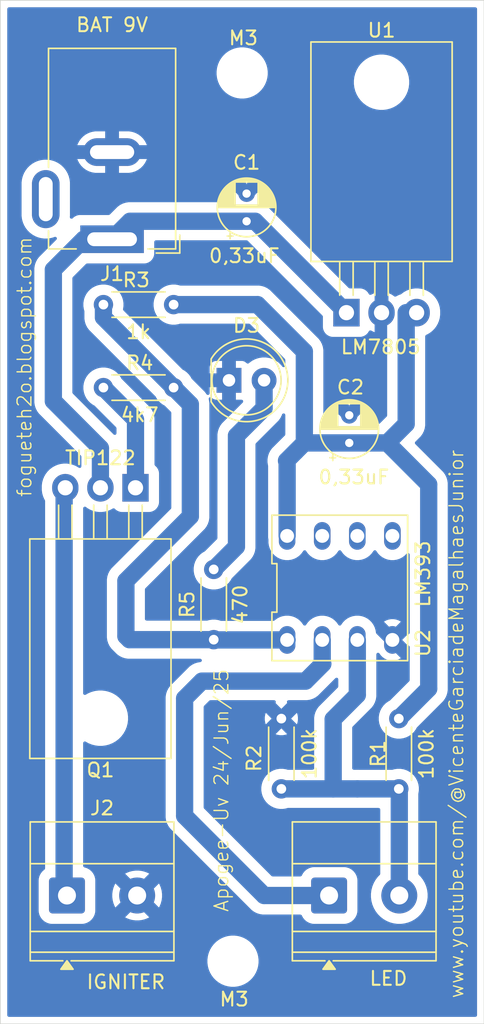
<source format=kicad_pcb>
(kicad_pcb (version 20241229) (generator "pcbnew") (generator_version "9.0")
  (layers (0 "F.Cu" signal) (2 "B.Cu" signal) (13 "F.Paste" user) (15 "B.Paste" user) (5 "F.SilkS" user "F.Silkscreen") (7 "B.SilkS" user "B.Silkscreen") (1 "F.Mask" user) (3 "B.Mask" user) (25 "Edge.Cuts" user))
  (net 0 "")
  (net 1 "Net-(J1-Pin_1)")
  (net 2 "Net-(D2-A)")
  (net 3 "Net-(D2-K)")
  (net 4 "/VCC")
  (net 5 "Net-(J2-Pin_1)")
  (net 6 "Net-(Q1-B)")
  (net 7 "Net-(R3-Pad2)")
  (net 8 "/GND")
  (net 9 "Net-(D3-A)")
  (footprint "TerminalBlock_Phoenix:TerminalBlock_Phoenix_MKDS-1,5-2-5.08_1x02_P5.08mm_Horizontal" (layer "F.Cu") (at 89.735 128.25)
    (property "Reference" "J2" (at 2.54 -6.32 0) (layer "F.SilkS"))
    (property "Value" "IGNITER" (at 4.265 6.25 0) (layer "F.SilkS"))
    (fp_line (start -2.66 -5.32) (end -2.66 4.72) (stroke (width 0.12)) (layer "F.SilkS"))
    (fp_line (start -2.66 -5.32) (end 7.74 -5.32) (stroke (width 0.12)) (layer "F.SilkS"))
    (fp_line (start -2.66 -2.3) (end 7.74 -2.3) (stroke (width 0.12)) (layer "F.SilkS"))
    (fp_line (start -2.66 2.6) (end 7.74 2.6) (stroke (width 0.12)) (layer "F.SilkS"))
    (fp_line (start -2.66 4.1) (end 7.74 4.1) (stroke (width 0.12)) (layer "F.SilkS"))
    (fp_line (start -2.66 4.72) (end -0.3 4.72) (stroke (width 0.12)) (layer "F.SilkS"))
    (fp_line (start 0.3 4.72) (end 7.74 4.72) (stroke (width 0.12)) (layer "F.SilkS"))
    (fp_line (start 7.74 -5.32) (end 7.74 4.72) (stroke (width 0.12)) (layer "F.SilkS"))
    (fp_poly (pts (xy 0 4.72) (xy 0.44 5.33) (xy -0.44 5.33)) (stroke (width 0.12)) (fill yes) (layer "F.SilkS"))
    (pad "1" thru_hole roundrect (at 0 0) (size 2.6 2.6) (drill 1.3) (layers "*.Cu" "*.Mask") (roundrect_rratio 0.096154) (net 5 "Net-(J2-Pin_1)"))
    (pad "2" thru_hole circle (at 5.08 0) (size 2.6 2.6) (drill 1.3) (layers "*.Cu" "*.Mask") (net 8 "/GND"))
  )
  (footprint "Connector_BarrelJack:BarrelJack_GCT_DCJ200-10-A_Horizontal" (layer "F.Cu") (at 93 80.8 180)
    (property "Reference" "J1" (at 0 -2.5 180) (layer "F.SilkS"))
    (property "Value" "BAT 9V" (at 0 15.5 180) (layer "F.SilkS"))
    (fp_line (start 4.6 13.8) (end -4.6 13.8) (stroke (width 0.12)) (layer "F.SilkS"))
    (fp_line (start 4.6 5.2) (end 4.6 13.8) (stroke (width 0.12)) (layer "F.SilkS"))
    (fp_line (start 4.6 -0.7) (end 4.6 0.6) (stroke (width 0.12)) (layer "F.SilkS"))
    (fp_line (start 2.6 -0.7) (end 4.6 -0.7) (stroke (width 0.12)) (layer "F.SilkS"))
    (fp_line (start -3.2 -1) (end -4.9 -1) (stroke (width 0.12)) (layer "F.SilkS"))
    (fp_line (start -4.6 13.8) (end -4.6 -0.7) (stroke (width 0.12)) (layer "F.SilkS"))
    (fp_line (start -4.6 -0.7) (end -2.6 -0.7) (stroke (width 0.12)) (layer "F.SilkS"))
    (fp_line (start -4.9 -1) (end -4.9 0.3) (stroke (width 0.12)) (layer "F.SilkS"))
    (pad "1" thru_hole rect (at 0 0 180) (size 4.6 2) (drill oval 3.6 1) (layers "*.Cu" "*.Mask") (net 1 "Net-(J1-Pin_1)"))
    (pad "2" thru_hole oval (at 0 6.3 180) (size 4.2 2) (drill oval 3.2 1) (layers "*.Cu" "*.Mask") (net 8 "/GND"))
    (pad "3" thru_hole oval (at 4.8 2.9 180) (size 2 4.2) (drill oval 1 3.2) (layers "*.Cu" "*.Mask"))
  )
  (footprint "Library:DIP-8_296_ELL" (layer "F.Cu") (at 109.477256 106.01)
    (property "Reference" "U2" (at 6.022744 3.99 90) (layer "F.SilkS"))
    (property "Value" "LM393" (at 6.022744 -1.01 90) (layer "F.SilkS"))
    (fp_line (start -4.91 -5.26) (end -4.91 -1.753333) (stroke (width 0.12)) (layer "F.SilkS"))
    (fp_line (start -4.91 -1.753333) (end -4.55 -1.753333) (stroke (width 0.12)) (layer "F.SilkS"))
    (fp_line (start -4.91 1.753333) (end -4.91 5.26) (stroke (width 0.12)) (layer "F.SilkS"))
    (fp_line (start -4.91 5.26) (end 4.91 5.26) (stroke (width 0.12)) (layer "F.SilkS"))
    (fp_line (start -4.55 -1.753333) (end -4.55 1.753333) (stroke (width 0.12)) (layer "F.SilkS"))
    (fp_line (start -4.55 1.753333) (end -4.91 1.753333) (stroke (width 0.12)) (layer "F.SilkS"))
    (fp_line (start 4.91 -5.26) (end -4.91 -5.26) (stroke (width 0.12)) (layer "F.SilkS"))
    (fp_line (start 4.91 5.26) (end 4.91 -5.26) (stroke (width 0.12)) (layer "F.SilkS"))
    (pad "1" thru_hole oval (at -3.81 3.76) (size 1.2 2) (drill 1) (layers "*.Cu" "*.Mask") (net 7 "Net-(R3-Pad2)"))
    (pad "2" thru_hole oval (at -1.27 3.76) (size 1.2 2) (drill 1) (layers "*.Cu" "*.Mask") (net 3 "Net-(D2-K)"))
    (pad "3" thru_hole oval (at 1.27 3.76) (size 1.2 2) (drill 1) (layers "*.Cu" "*.Mask") (net 2 "Net-(D2-A)"))
    (pad "4" thru_hole oval (at 3.81 3.76) (size 1.2 2) (drill 1) (layers "*.Cu" "*.Mask") (net 8 "/GND"))
    (pad "5" thru_hole oval (at 3.81 -3.76) (size 1.2 2) (drill 1) (layers "*.Cu" "*.Mask"))
    (pad "6" thru_hole oval (at 1.27 -3.76) (size 1.2 2) (drill 1) (layers "*.Cu" "*.Mask"))
    (pad "7" thru_hole oval (at -1.27 -3.76) (size 1.2 2) (drill 1) (layers "*.Cu" "*.Mask"))
    (pad "8" thru_hole oval (at -3.81 -3.76) (size 1.2 2) (drill 1) (layers "*.Cu" "*.Mask") (net 4 "/VCC"))
  )
  (footprint "Resistor_THT:R_Axial_DIN0204_L3.6mm_D1.6mm_P5.08mm_Horizontal" (layer "F.Cu") (at 97.4537 91.5274 180)
    (property "Reference" "R4" (at 2.4537 1.7774 0) (layer "F.SilkS"))
    (property "Value" "4k7" (at 2.4537 -1.9726 0) (layer "F.SilkS"))
    (fp_line (start 0.62 0.92) (end 4.46 0.92) (stroke (width 0.12)) (layer "F.SilkS"))
    (fp_line (start 0.62 -0.92) (end 4.46 -0.92) (stroke (width 0.12)) (layer "F.SilkS"))
    (pad "1" thru_hole circle (at 0 0 180) (size 1.4 1.4) (drill 0.7) (layers "*.Cu" "*.Mask") (net 7 "Net-(R3-Pad2)"))
    (pad "2" thru_hole circle (at 5.08 0 180) (size 1.4 1.4) (drill 0.7) (layers "*.Cu" "*.Mask") (net 6 "Net-(Q1-B)"))
  )
  (footprint "Package_TO_SOT_THT:TO-220-3_Horizontal_TabDown" (layer "F.Cu") (at 94.695 98.77 180)
    (property "Reference" "Q1" (at 2.54 -20.41 180) (layer "F.SilkS"))
    (property "Value" "TIP122" (at 2.54 2.1574 180) (layer "F.SilkS"))
    (fp_line (start 7.65 -3.7) (end 7.65 -19.57) (stroke (width 0.12)) (layer "F.SilkS"))
    (fp_line (start 5.565 -3.7) (end 5.565 -1.26) (stroke (width 0.12)) (layer "F.SilkS"))
    (fp_line (start 4.595 -3.7) (end 4.595 -1.26) (stroke (width 0.12)) (layer "F.SilkS"))
    (fp_line (start 3.025 -3.7) (end 3.025 -1.26) (stroke (width 0.12)) (layer "F.SilkS"))
    (fp_line (start 2.055 -3.7) (end 2.055 -1.26) (stroke (width 0.12)) (layer "F.SilkS"))
    (fp_line (start 0.485 -3.7) (end 0.485 -1.26) (stroke (width 0.12)) (layer "F.SilkS"))
    (fp_line (start -0.485 -3.7) (end -0.485 -1.26) (stroke (width 0.12)) (layer "F.SilkS"))
    (fp_line (start -2.57 -3.7) (end 7.65 -3.7) (stroke (width 0.12)) (layer "F.SilkS"))
    (fp_line (start -2.57 -3.7) (end -2.57 -19.57) (stroke (width 0.12)) (layer "F.SilkS"))
    (fp_line (start -2.57 -19.57) (end 7.65 -19.57) (stroke (width 0.12)) (layer "F.SilkS"))
    (pad "" np_thru_hole circle (at 2.54 -16.66 180) (size 3.5 3.5) (drill 3.5) (layers "*.Cu" "*.Mask"))
    (pad "1" thru_hole rect (at 0 0 180) (size 1.905 2) (drill 1.1) (layers "*.Cu" "*.Mask") (net 6 "Net-(Q1-B)"))
    (pad "2" thru_hole oval (at 2.54 0 180) (size 1.905 2) (drill 1.1) (layers "*.Cu" "*.Mask") (net 1 "Net-(J1-Pin_1)"))
    (pad "3" thru_hole oval (at 5.08 0 180) (size 1.905 2) (drill 1.1) (layers "*.Cu" "*.Mask") (net 5 "Net-(J2-Pin_1)"))
  )
  (footprint "Resistor_THT:R_Axial_DIN0204_L3.6mm_D1.6mm_P5.08mm_Horizontal" (layer "F.Cu") (at 100.356043 109.752444 90)
    (property "Reference" "R5" (at 2.54 -1.92 90) (layer "F.SilkS"))
    (property "Value" "470" (at 2.54 1.92 90) (layer "F.SilkS"))
    (fp_line (start 0.62 -0.92) (end 4.46 -0.92) (stroke (width 0.12)) (layer "F.SilkS"))
    (fp_line (start 0.62 0.92) (end 4.46 0.92) (stroke (width 0.12)) (layer "F.SilkS"))
    (pad "1" thru_hole circle (at 0 0 90) (size 1.4 1.4) (drill 0.7) (layers "*.Cu" "*.Mask") (net 7 "Net-(R3-Pad2)"))
    (pad "2" thru_hole circle (at 5.08 0 90) (size 1.4 1.4) (drill 0.7) (layers "*.Cu" "*.Mask") (net 9 "Net-(D3-A)"))
  )
  (footprint "Capacitor_THT:CP_Radial_D4.0mm_P2.00mm" (layer "F.Cu") (at 102.735 79.5 90)
    (property "Reference" "C1" (at 4.25 0 0) (layer "F.SilkS"))
    (property "Value" "0,33uF" (at -2.5 -0.1637 180) (layer "F.SilkS"))
    (fp_line (start 1.04 -2.08) (end 1.04 2.08) (stroke (width 0.12)) (layer "F.SilkS"))
    (fp_line (start 1 -2.08) (end 1 2.08) (stroke (width 0.12)) (layer "F.SilkS"))
    (fp_line (start 1.08 -2.078) (end 1.08 2.078) (stroke (width 0.12)) (layer "F.SilkS"))
    (fp_line (start 1.12 -2.077) (end 1.12 2.077) (stroke (width 0.12)) (layer "F.SilkS"))
    (fp_line (start 1.16 -2.074) (end 1.16 2.074) (stroke (width 0.12)) (layer "F.SilkS"))
    (fp_line (start 1.2 -2.071) (end 1.2 -0.84) (stroke (width 0.12)) (layer "F.SilkS"))
    (fp_line (start 1.24 -2.066) (end 1.24 -0.84) (stroke (width 0.12)) (layer "F.SilkS"))
    (fp_line (start 1.28 -2.061) (end 1.28 -0.84) (stroke (width 0.12)) (layer "F.SilkS"))
    (fp_line (start 1.32 -2.056) (end 1.32 -0.84) (stroke (width 0.12)) (layer "F.SilkS"))
    (fp_line (start 1.36 -2.049) (end 1.36 -0.84) (stroke (width 0.12)) (layer "F.SilkS"))
    (fp_line (start 1.4 -2.042) (end 1.4 -0.84) (stroke (width 0.12)) (layer "F.SilkS"))
    (fp_line (start 1.44 -2.034) (end 1.44 -0.84) (stroke (width 0.12)) (layer "F.SilkS"))
    (fp_line (start 1.48 -2.025) (end 1.48 -0.84) (stroke (width 0.12)) (layer "F.SilkS"))
    (fp_line (start 1.52 -2.015) (end 1.52 -0.84) (stroke (width 0.12)) (layer "F.SilkS"))
    (fp_line (start 1.56 -2.005) (end 1.56 -0.84) (stroke (width 0.12)) (layer "F.SilkS"))
    (fp_line (start 1.6 -1.993) (end 1.6 -0.84) (stroke (width 0.12)) (layer "F.SilkS"))
    (fp_line (start 1.64 -1.981) (end 1.64 -0.84) (stroke (width 0.12)) (layer "F.SilkS"))
    (fp_line (start 1.68 -1.968) (end 1.68 -0.84) (stroke (width 0.12)) (layer "F.SilkS"))
    (fp_line (start 1.72 -1.954) (end 1.72 -0.84) (stroke (width 0.12)) (layer "F.SilkS"))
    (fp_line (start 1.76 -1.939) (end 1.76 -0.84) (stroke (width 0.12)) (layer "F.SilkS"))
    (fp_line (start 1.8 -1.923) (end 1.8 -0.84) (stroke (width 0.12)) (layer "F.SilkS"))
    (fp_line (start 1.84 -1.906) (end 1.84 -0.84) (stroke (width 0.12)) (layer "F.SilkS"))
    (fp_line (start 1.88 -1.889) (end 1.88 -0.84) (stroke (width 0.12)) (layer "F.SilkS"))
    (fp_line (start 1.92 -1.87) (end 1.92 -0.84) (stroke (width 0.12)) (layer "F.SilkS"))
    (fp_line (start 1.96 -1.85) (end 1.96 -0.84) (stroke (width 0.12)) (layer "F.SilkS"))
    (fp_line (start 2 -1.829) (end 2 -0.84) (stroke (width 0.12)) (layer "F.SilkS"))
    (fp_line (start 2.04 -1.807) (end 2.04 -0.84) (stroke (width 0.12)) (layer "F.SilkS"))
    (fp_line (start 2.08 -1.784) (end 2.08 -0.84) (stroke (width 0.12)) (layer "F.SilkS"))
    (fp_line (start 2.12 -1.76) (end 2.12 -0.84) (stroke (width 0.12)) (layer "F.SilkS"))
    (fp_line (start 2.16 -1.734) (end 2.16 -0.84) (stroke (width 0.12)) (layer "F.SilkS"))
    (fp_line (start 2.2 -1.708) (end 2.2 -0.84) (stroke (width 0.12)) (layer "F.SilkS"))
    (fp_line (start 2.24 -1.68) (end 2.24 -0.84) (stroke (width 0.12)) (layer "F.SilkS"))
    (fp_line (start 2.28 -1.65) (end 2.28 -0.84) (stroke (width 0.12)) (layer "F.SilkS"))
    (fp_line (start 2.32 -1.619) (end 2.32 -0.84) (stroke (width 0.12)) (layer "F.SilkS"))
    (fp_line (start 2.36 -1.586) (end 2.36 -0.84) (stroke (width 0.12)) (layer "F.SilkS"))
    (fp_line (start 2.4 -1.552) (end 2.4 -0.84) (stroke (width 0.12)) (layer "F.SilkS"))
    (fp_line (start 2.44 -1.516) (end 2.44 -0.84) (stroke (width 0.12)) (layer "F.SilkS"))
    (fp_line (start 2.48 -1.478) (end 2.48 -0.84) (stroke (width 0.12)) (layer "F.SilkS"))
    (fp_line (start 2.52 -1.438) (end 2.52 -0.84) (stroke (width 0.12)) (layer "F.SilkS"))
    (fp_line (start 2.56 -1.396) (end 2.56 -0.84) (stroke (width 0.12)) (layer "F.SilkS"))
    (fp_line (start -1.069801 -1.395) (end -1.069801 -0.995) (stroke (width 0.12)) (layer "F.SilkS"))
    (fp_line (start 2.6 -1.351) (end 2.6 -0.84) (stroke (width 0.12)) (layer "F.SilkS"))
    (fp_line (start 2.64 -1.303) (end 2.64 -0.84) (stroke (width 0.12)) (layer "F.SilkS"))
    (fp_line (start 2.68 -1.253) (end 2.68 -0.84) (stroke (width 0.12)) (layer "F.SilkS"))
    (fp_line (start 2.72 -1.199) (end 2.72 -0.84) (stroke (width 0.12)) (layer "F.SilkS"))
    (fp_line (start -1.269801 -1.195) (end -0.869801 -1.195) (stroke (width 0.12)) (layer "F.SilkS"))
    (fp_line (start 2.76 -1.142) (end 2.76 -0.84) (stroke (width 0.12)) (layer "F.SilkS"))
    (fp_line (start 2.8 -1.08) (end 2.8 -0.84) (stroke (width 0.12)) (layer "F.SilkS"))
    (fp_line (start 2.84 -1.013) (end 2.84 1.013) (stroke (width 0.12)) (layer "F.SilkS"))
    (fp_line (start 2.88 -0.94) (end 2.88 0.94) (stroke (width 0.12)) (layer "F.SilkS"))
    (fp_line (start 2.92 -0.859) (end 2.92 0.859) (stroke (width 0.12)) (layer "F.SilkS"))
    (fp_line (start 2.96 -0.768) (end 2.96 0.768) (stroke (width 0.12)) (layer "F.SilkS"))
    (fp_line (start 3 -0.663) (end 3 0.663) (stroke (width 0.12)) (layer "F.SilkS"))
    (fp_line (start 3.04 -0.537) (end 3.04 0.537) (stroke (width 0.12)) (layer "F.SilkS"))
    (fp_line (start 3.08 -0.37) (end 3.08 0.37) (stroke (width 0.12)) (layer "F.SilkS"))
    (fp_line (start 2.8 0.84) (end 2.8 1.08) (stroke (width 0.12)) (layer "F.SilkS"))
    (fp_line (start 2.76 0.84) (end 2.76 1.142) (stroke (width 0.12)) (layer "F.SilkS"))
    (fp_line (start 2.72 0.84) (end 2.72 1.199) (stroke (width 0.12)) (layer "F.SilkS"))
    (fp_line (start 2.68 0.84) (end 2.68 1.253) (stroke (width 0.12)) (layer "F.SilkS"))
    (fp_line (start 2.64 0.84) (end 2.64 1.303) (stroke (width 0.12)) (layer "F.SilkS"))
    (fp_line (start 2.6 0.84) (end 2.6 1.351) (stroke (width 0.12)) (layer "F.SilkS"))
    (fp_line (start 2.56 0.84) (end 2.56 1.396) (stroke (width 0.12)) (layer "F.SilkS"))
    (fp_line (start 2.52 0.84) (end 2.52 1.438) (stroke (width 0.12)) (layer "F.SilkS"))
    (fp_line (start 2.48 0.84) (end 2.48 1.478) (stroke (width 0.12)) (layer "F.SilkS"))
    (fp_line (start 2.44 0.84) (end 2.44 1.516) (stroke (width 0.12)) (layer "F.SilkS"))
    (fp_line (start 2.4 0.84) (end 2.4 1.552) (stroke (width 0.12)) (layer "F.SilkS"))
    (fp_line (start 2.36 0.84) (end 2.36 1.586) (stroke (width 0.12)) (layer "F.SilkS"))
    (fp_line (start 2.32 0.84) (end 2.32 1.619) (stroke (width 0.12)) (layer "F.SilkS"))
    (fp_line (start 2.28 0.84) (end 2.28 1.65) (stroke (width 0.12)) (layer "F.SilkS"))
    (fp_line (start 2.24 0.84) (end 2.24 1.68) (stroke (width 0.12)) (layer "F.SilkS"))
    (fp_line (start 2.2 0.84) (end 2.2 1.708) (stroke (width 0.12)) (layer "F.SilkS"))
    (fp_line (start 2.16 0.84) (end 2.16 1.734) (stroke (width 0.12)) (layer "F.SilkS"))
    (fp_line (start 2.12 0.84) (end 2.12 1.76) (stroke (width 0.12)) (layer "F.SilkS"))
    (fp_line (start 2.08 0.84) (end 2.08 1.784) (stroke (width 0.12)) (layer "F.SilkS"))
    (fp_line (start 2.04 0.84) (end 2.04 1.807) (stroke (width 0.12)) (layer "F.SilkS"))
    (fp_line (start 2 0.84) (end 2 1.829) (stroke (width 0.12)) (layer "F.SilkS"))
    (fp_line (start 1.96 0.84) (end 1.96 1.85) (stroke (width 0.12)) (layer "F.SilkS"))
    (fp_line (start 1.92 0.84) (end 1.92 1.87) (stroke (width 0.12)) (layer "F.SilkS"))
    (fp_line (start 1.88 0.84) (end 1.88 1.889) (stroke (width 0.12)) (layer "F.SilkS"))
    (fp_line (start 1.84 0.84) (end 1.84 1.906) (stroke (width 0.12)) (layer "F.SilkS"))
    (fp_line (start 1.8 0.84) (end 1.8 1.923) (stroke (width 0.12)) (layer "F.SilkS"))
    (fp_line (start 1.76 0.84) (end 1.76 1.939) (stroke (width 0.12)) (layer "F.SilkS"))
    (fp_line (start 1.72 0.84) (end 1.72 1.954) (stroke (width 0.12)) (layer "F.SilkS"))
    (fp_line (start 1.68 0.84) (end 1.68 1.968) (stroke (width 0.12)) (layer "F.SilkS"))
    (fp_line (start 1.64 0.84) (end 1.64 1.981) (stroke (width 0.12)) (layer "F.SilkS"))
    (fp_line (start 1.6 0.84) (end 1.6 1.993) (stroke (width 0.12)) (layer "F.SilkS"))
    (fp_line (start 1.56 0.84) (end 1.56 2.005) (stroke (width 0.12)) (layer "F.SilkS"))
    (fp_line (start 1.52 0.84) (end 1.52 2.015) (stroke (width 0.12)) (layer "F.SilkS"))
    (fp_line (start 1.48 0.84) (end 1.48 2.025) (stroke (width 0.12)) (layer "F.SilkS"))
    (fp_line (start 1.44 0.84) (end 1.44 2.034) (stroke (width 0.12)) (layer "F.SilkS"))
    (fp_line (start 1.4 0.84) (end 1.4 2.042) (stroke (width 0.12)) (layer "F.SilkS"))
    (fp_line (start 1.36 0.84) (end 1.36 2.049) (stroke (width 0.12)) (layer "F.SilkS"))
    (fp_line (start 1.32 0.84) (end 1.32 2.056) (stroke (width 0.12)) (layer "F.SilkS"))
    (fp_line (start 1.28 0.84) (end 1.28 2.061) (stroke (width 0.12)) (layer "F.SilkS"))
    (fp_line (start 1.24 0.84) (end 1.24 2.066) (stroke (width 0.12)) (layer "F.SilkS"))
    (fp_line (start 1.2 0.84) (end 1.2 2.071) (stroke (width 0.12)) (layer "F.SilkS"))
    (fp_circle (center 1 0) (end 3.12 0) (stroke (width 0.12)) (fill no) (layer "F.SilkS"))
    (pad "1" thru_hole roundrect (at 0 0 90) (size 1.2 1.2) (drill 0.6) (layers "*.Cu" "*.Mask") (roundrect_rratio 0.208333) (net 1 "Net-(J1-Pin_1)"))
    (pad "2" thru_hole circle (at 2 0 90) (size 1.2 1.2) (drill 0.6) (layers "*.Cu" "*.Mask") (net 8 "/GND"))
  )
  (footprint "TerminalBlock_Phoenix:TerminalBlock_Phoenix_MKDS-1,5-2-5.08_1x02_P5.08mm_Horizontal" (layer "F.Cu") (at 108.705 128.25)
    (property "Reference" "D2" (hide yes))
    (property "Value" "LED" (at 4.295 6 0) (layer "F.SilkS"))
    (fp_line (start -2.66 -5.32) (end -2.66 4.72) (stroke (width 0.12)) (layer "F.SilkS"))
    (fp_line (start -2.66 -5.32) (end 7.74 -5.32) (stroke (width 0.12)) (layer "F.SilkS"))
    (fp_line (start -2.66 -2.3) (end 7.74 -2.3) (stroke (width 0.12)) (layer "F.SilkS"))
    (fp_line (start -2.66 2.6) (end 7.74 2.6) (stroke (width 0.12)) (layer "F.SilkS"))
    (fp_line (start -2.66 4.1) (end 7.74 4.1) (stroke (width 0.12)) (layer "F.SilkS"))
    (fp_line (start -2.66 4.72) (end -0.3 4.72) (stroke (width 0.12)) (layer "F.SilkS"))
    (fp_line (start 0.3 4.72) (end 7.74 4.72) (stroke (width 0.12)) (layer "F.SilkS"))
    (fp_line (start 7.74 -5.32) (end 7.74 4.72) (stroke (width 0.12)) (layer "F.SilkS"))
    (fp_poly (pts (xy 0 4.72) (xy 0.44 5.33) (xy -0.44 5.33)) (stroke (width 0.12)) (fill yes) (layer "F.SilkS"))
    (pad "1" thru_hole roundrect (at 0 0) (size 2.6 2.6) (drill 1.3) (layers "*.Cu" "*.Mask") (roundrect_rratio 0.096154) (net 3 "Net-(D2-K)"))
    (pad "2" thru_hole circle (at 5.08 0) (size 2.6 2.6) (drill 1.3) (layers "*.Cu" "*.Mask") (net 2 "Net-(D2-A)"))
  )
  (footprint "MountingHole:MountingHole_3.2mm_M3" (layer "F.Cu") (at 101.75 133)
    (property "Reference" "M3" (at 0.0863 2.75 0) (layer "F.SilkS"))
    (property "Value" "M3")
    (pad "" np_thru_hole circle (at 0 0) (size 3.2 3.2) (drill 3.2) (layers "*.Cu" "*.Mask"))
  )
  (footprint "Resistor_THT:R_Axial_DIN0204_L3.6mm_D1.6mm_P5.08mm_Horizontal" (layer "F.Cu") (at 113.75 115.46 -90)
    (property "Reference" "R1" (at 2.54 1.5 90) (layer "F.SilkS"))
    (property "Value" "100k" (at 2.54 -2 90) (layer "F.SilkS"))
    (fp_line (start 0.62 0.92) (end 4.46 0.92) (stroke (width 0.12)) (layer "F.SilkS"))
    (fp_line (start 0.62 -0.92) (end 4.46 -0.92) (stroke (width 0.12)) (layer "F.SilkS"))
    (pad "1" thru_hole circle (at 0 0 270) (size 1.4 1.4) (drill 0.7) (layers "*.Cu" "*.Mask") (net 4 "/VCC"))
    (pad "2" thru_hole circle (at 5.08 0 270) (size 1.4 1.4) (drill 0.7) (layers "*.Cu" "*.Mask") (net 2 "Net-(D2-A)"))
  )
  (footprint "Package_TO_SOT_THT:TO-220-3_Horizontal_TabDown" (layer "F.Cu") (at 109.96 86.1074)
    (property "Reference" "U1" (at 2.54 -20.41 0) (layer "F.SilkS"))
    (property "Value" "LM7805" (at 2.480236 2.486397 0) (layer "F.SilkS"))
    (fp_line (start -2.57 -19.57) (end 7.65 -19.57) (stroke (width 0.12)) (layer "F.SilkS"))
    (fp_line (start -2.57 -3.7) (end -2.57 -19.57) (stroke (width 0.12)) (layer "F.SilkS"))
    (fp_line (start -2.57 -3.7) (end 7.65 -3.7) (stroke (width 0.12)) (layer "F.SilkS"))
    (fp_line (start -0.485 -3.7) (end -0.485 -1.26) (stroke (width 0.12)) (layer "F.SilkS"))
    (fp_line (start 0.485 -3.7) (end 0.485 -1.26) (stroke (width 0.12)) (layer "F.SilkS"))
    (fp_line (start 2.055 -3.7) (end 2.055 -1.26) (stroke (width 0.12)) (layer "F.SilkS"))
    (fp_line (start 3.025 -3.7) (end 3.025 -1.26) (stroke (width 0.12)) (layer "F.SilkS"))
    (fp_line (start 4.595 -3.7) (end 4.595 -1.26) (stroke (width 0.12)) (layer "F.SilkS"))
    (fp_line (start 5.565 -3.7) (end 5.565 -1.26) (stroke (width 0.12)) (layer "F.SilkS"))
    (fp_line (start 7.65 -3.7) (end 7.65 -19.57) (stroke (width 0.12)) (layer "F.SilkS"))
    (pad "" np_thru_hole circle (at 2.54 -16.66) (size 3.5 3.5) (drill 3.5) (layers "*.Cu" "*.Mask"))
    (pad "1" thru_hole rect (at 0 0) (size 1.905 2) (drill 1.1) (layers "*.Cu" "*.Mask") (net 1 "Net-(J1-Pin_1)"))
    (pad "2" thru_hole oval (at 2.54 0) (size 1.905 2) (drill 1.1) (layers "*.Cu" "*.Mask") (net 8 "/GND"))
    (pad "3" thru_hole oval (at 5.08 0) (size 1.905 2) (drill 1.1) (layers "*.Cu" "*.Mask") (net 4 "/VCC"))
  )
  (footprint "LED_THT:LED_D5.0mm" (layer "F.Cu") (at 101.46 91)
    (property "Reference" "D3" (at 1.27 -3.96 0) (layer "F.SilkS"))
    (property "Value" "LED")
    (fp_line (start -1.29 -1.545) (end -1.29 1.545) (stroke (width 0.12)) (layer "F.SilkS"))
    (fp_arc (start -1.29 -1.54483) (mid 2.071779 -2.880495) (end 4.26 0) (stroke (width 0.12)) (layer "F.SilkS"))
    (fp_arc (start 4.26 0) (mid 2.071779 2.880495) (end -1.29 1.54483) (stroke (width 0.12)) (layer "F.SilkS"))
    (fp_circle (center 1.27 0) (end 3.77 0) (stroke (width 0.12)) (fill no) (layer "F.SilkS"))
    (pad "1" thru_hole rect (at 0 0) (size 1.8 1.8) (drill 0.9) (layers "*.Cu" "*.Mask") (net 8 "/GND"))
    (pad "2" thru_hole circle (at 2.54 0) (size 1.8 1.8) (drill 0.9) (layers "*.Cu" "*.Mask") (net 9 "Net-(D3-A)"))
  )
  (footprint "Resistor_THT:R_Axial_DIN0204_L3.6mm_D1.6mm_P5.08mm_Horizontal" (layer "F.Cu") (at 97.4537 85.5274 180)
    (property "Reference" "R3" (at 2.7037 1.7774 0) (layer "F.SilkS"))
    (property "Value" "1k" (at 2.54 -1.9726 0) (layer "F.SilkS"))
    (fp_line (start 0.62 0.92) (end 4.46 0.92) (stroke (width 0.12)) (layer "F.SilkS"))
    (fp_line (start 0.62 -0.92) (end 4.46 -0.92) (stroke (width 0.12)) (layer "F.SilkS"))
    (pad "1" thru_hole circle (at 0 0 180) (size 1.4 1.4) (drill 0.7) (layers "*.Cu" "*.Mask") (net 4 "/VCC"))
    (pad "2" thru_hole circle (at 5.08 0 180) (size 1.4 1.4) (drill 0.7) (layers "*.Cu" "*.Mask") (net 7 "Net-(R3-Pad2)"))
  )
  (footprint "Capacitor_THT:CP_Radial_D4.0mm_P2.00mm" (layer "F.Cu") (at 110.1637 95.5274 90)
    (property "Reference" "C2" (at 4.0274 0.0863 180) (layer "F.SilkS"))
    (property "Value" "0,33uF" (at -2.4726 0.3363 180) (layer "F.SilkS"))
    (fp_line (start 1.04 -2.08) (end 1.04 2.08) (stroke (width 0.12)) (layer "F.SilkS"))
    (fp_line (start 1 -2.08) (end 1 2.08) (stroke (width 0.12)) (layer "F.SilkS"))
    (fp_line (start 1.08 -2.078) (end 1.08 2.078) (stroke (width 0.12)) (layer "F.SilkS"))
    (fp_line (start 1.12 -2.077) (end 1.12 2.077) (stroke (width 0.12)) (layer "F.SilkS"))
    (fp_line (start 1.16 -2.074) (end 1.16 2.074) (stroke (width 0.12)) (layer "F.SilkS"))
    (fp_line (start 1.2 -2.071) (end 1.2 -0.84) (stroke (width 0.12)) (layer "F.SilkS"))
    (fp_line (start 1.24 -2.066) (end 1.24 -0.84) (stroke (width 0.12)) (layer "F.SilkS"))
    (fp_line (start 1.28 -2.061) (end 1.28 -0.84) (stroke (width 0.12)) (layer "F.SilkS"))
    (fp_line (start 1.32 -2.056) (end 1.32 -0.84) (stroke (width 0.12)) (layer "F.SilkS"))
    (fp_line (start 1.36 -2.049) (end 1.36 -0.84) (stroke (width 0.12)) (layer "F.SilkS"))
    (fp_line (start 1.4 -2.042) (end 1.4 -0.84) (stroke (width 0.12)) (layer "F.SilkS"))
    (fp_line (start 1.44 -2.034) (end 1.44 -0.84) (stroke (width 0.12)) (layer "F.SilkS"))
    (fp_line (start 1.48 -2.025) (end 1.48 -0.84) (stroke (width 0.12)) (layer "F.SilkS"))
    (fp_line (start 1.52 -2.015) (end 1.52 -0.84) (stroke (width 0.12)) (layer "F.SilkS"))
    (fp_line (start 1.56 -2.005) (end 1.56 -0.84) (stroke (width 0.12)) (layer "F.SilkS"))
    (fp_line (start 1.6 -1.993) (end 1.6 -0.84) (stroke (width 0.12)) (layer "F.SilkS"))
    (fp_line (start 1.64 -1.981) (end 1.64 -0.84) (stroke (width 0.12)) (layer "F.SilkS"))
    (fp_line (start 1.68 -1.968) (end 1.68 -0.84) (stroke (width 0.12)) (layer "F.SilkS"))
    (fp_line (start 1.72 -1.954) (end 1.72 -0.84) (stroke (width 0.12)) (layer "F.SilkS"))
    (fp_line (start 1.76 -1.939) (end 1.76 -0.84) (stroke (width 0.12)) (layer "F.SilkS"))
    (fp_line (start 1.8 -1.923) (end 1.8 -0.84) (stroke (width 0.12)) (layer "F.SilkS"))
    (fp_line (start 1.84 -1.906) (end 1.84 -0.84) (stroke (width 0.12)) (layer "F.SilkS"))
    (fp_line (start 1.88 -1.889) (end 1.88 -0.84) (stroke (width 0.12)) (layer "F.SilkS"))
    (fp_line (start 1.92 -1.87) (end 1.92 -0.84) (stroke (width 0.12)) (layer "F.SilkS"))
    (fp_line (start 1.96 -1.85) (end 1.96 -0.84) (stroke (width 0.12)) (layer "F.SilkS"))
    (fp_line (start 2 -1.829) (end 2 -0.84) (stroke (width 0.12)) (layer "F.SilkS"))
    (fp_line (start 2.04 -1.807) (end 2.04 -0.84) (stroke (width 0.12)) (layer "F.SilkS"))
    (fp_line (start 2.08 -1.784) (end 2.08 -0.84) (stroke (width 0.12)) (layer "F.SilkS"))
    (fp_line (start 2.12 -1.76) (end 2.12 -0.84) (stroke (width 0.12)) (layer "F.SilkS"))
    (fp_line (start 2.16 -1.734) (end 2.16 -0.84) (stroke (width 0.12)) (layer "F.SilkS"))
    (fp_line (start 2.2 -1.708) (end 2.2 -0.84) (stroke (width 0.12)) (layer "F.SilkS"))
    (fp_line (start 2.24 -1.68) (end 2.24 -0.84) (stroke (width 0.12)) (layer "F.SilkS"))
    (fp_line (start 2.28 -1.65) (end 2.28 -0.84) (stroke (width 0.12)) (layer "F.SilkS"))
    (fp_line (start 2.32 -1.619) (end 2.32 -0.84) (stroke (width 0.12)) (layer "F.SilkS"))
    (fp_line (start 2.36 -1.586) (end 2.36 -0.84) (stroke (width 0.12)) (layer "F.SilkS"))
    (fp_line (start 2.4 -1.552) (end 2.4 -0.84) (stroke (width 0.12)) (layer "F.SilkS"))
    (fp_line (start 2.44 -1.516) (end 2.44 -0.84) (stroke (width 0.12)) (layer "F.SilkS"))
    (fp_line (start 2.48 -1.478) (end 2.48 -0.84) (stroke (width 0.12)) (layer "F.SilkS"))
    (fp_line (start 2.52 -1.438) (end 2.52 -0.84) (stroke (width 0.12)) (layer "F.SilkS"))
    (fp_line (start 2.56 -1.396) (end 2.56 -0.84) (stroke (width 0.12)) (layer "F.SilkS"))
    (fp_line (start -1.069801 -1.395) (end -1.069801 -0.995) (stroke (width 0.12)) (layer "F.SilkS"))
    (fp_line (start 2.6 -1.351) (end 2.6 -0.84) (stroke (width 0.12)) (layer "F.SilkS"))
    (fp_line (start 2.64 -1.303) (end 2.64 -0.84) (stroke (width 0.12)) (layer "F.SilkS"))
    (fp_line (start 2.68 -1.253) (end 2.68 -0.84) (stroke (width 0.12)) (layer "F.SilkS"))
    (fp_line (start 2.72 -1.199) (end 2.72 -0.84) (stroke (width 0.12)) (layer "F.SilkS"))
    (fp_line (start -1.269801 -1.195) (end -0.869801 -1.195) (stroke (width 0.12)) (layer "F.SilkS"))
    (fp_line (start 2.76 -1.142) (end 2.76 -0.84) (stroke (width 0.12)) (layer "F.SilkS"))
    (fp_line (start 2.8 -1.08) (end 2.8 -0.84) (stroke (width 0.12)) (layer "F.SilkS"))
    (fp_line (start 2.84 -1.013) (end 2.84 1.013) (stroke (width 0.12)) (layer "F.SilkS"))
    (fp_line (start 2.88 -0.94) (end 2.88 0.94) (stroke (width 0.12)) (layer "F.SilkS"))
    (fp_line (start 2.92 -0.859) (end 2.92 0.859) (stroke (width 0.12)) (layer "F.SilkS"))
    (fp_line (start 2.96 -0.768) (end 2.96 0.768) (stroke (width 0.12)) (layer "F.SilkS"))
    (fp_line (start 3 -0.663) (end 3 0.663) (stroke (width 0.12)) (layer "F.SilkS"))
    (fp_line (start 3.04 -0.537) (end 3.04 0.537) (stroke (width 0.12)) (layer "F.SilkS"))
    (fp_line (start 3.08 -0.37) (end 3.08 0.37) (stroke (width 0.12)) (layer "F.SilkS"))
    (fp_line (start 2.8 0.84) (end 2.8 1.08) (stroke (width 0.12)) (layer "F.SilkS"))
    (fp_line (start 2.76 0.84) (end 2.76 1.142) (stroke (width 0.12)) (layer "F.SilkS"))
    (fp_line (start 2.72 0.84) (end 2.72 1.199) (stroke (width 0.12)) (layer "F.SilkS"))
    (fp_line (start 2.68 0.84) (end 2.68 1.253) (stroke (width 0.12)) (layer "F.SilkS"))
    (fp_line (start 2.64 0.84) (end 2.64 1.303) (stroke (width 0.12)) (layer "F.SilkS"))
    (fp_line (start 2.6 0.84) (end 2.6 1.351) (stroke (width 0.12)) (layer "F.SilkS"))
    (fp_line (start 2.56 0.84) (end 2.56 1.396) (stroke (width 0.12)) (layer "F.SilkS"))
    (fp_line (start 2.52 0.84) (end 2.52 1.438) (stroke (width 0.12)) (layer "F.SilkS"))
    (fp_line (start 2.48 0.84) (end 2.48 1.478) (stroke (width 0.12)) (layer "F.SilkS"))
    (fp_line (start 2.44 0.84) (end 2.44 1.516) (stroke (width 0.12)) (layer "F.SilkS"))
    (fp_line (start 2.4 0.84) (end 2.4 1.552) (stroke (width 0.12)) (layer "F.SilkS"))
    (fp_line (start 2.36 0.84) (end 2.36 1.586) (stroke (width 0.12)) (layer "F.SilkS"))
    (fp_line (start 2.32 0.84) (end 2.32 1.619) (stroke (width 0.12)) (layer "F.SilkS"))
    (fp_line (start 2.28 0.84) (end 2.28 1.65) (stroke (width 0.12)) (layer "F.SilkS"))
    (fp_line (start 2.24 0.84) (end 2.24 1.68) (stroke (width 0.12)) (layer "F.SilkS"))
    (fp_line (start 2.2 0.84) (end 2.2 1.708) (stroke (width 0.12)) (layer "F.SilkS"))
    (fp_line (start 2.16 0.84) (end 2.16 1.734) (stroke (width 0.12)) (layer "F.SilkS"))
    (fp_line (start 2.12 0.84) (end 2.12 1.76) (stroke (width 0.12)) (layer "F.SilkS"))
    (fp_line (start 2.08 0.84) (end 2.08 1.784) (stroke (width 0.12)) (layer "F.SilkS"))
    (fp_line (start 2.04 0.84) (end 2.04 1.807) (stroke (width 0.12)) (layer "F.SilkS"))
    (fp_line (start 2 0.84) (end 2 1.829) (stroke (width 0.12)) (layer "F.SilkS"))
    (fp_line (start 1.96 0.84) (end 1.96 1.85) (stroke (width 0.12)) (layer "F.SilkS"))
    (fp_line (start 1.92 0.84) (end 1.92 1.87) (stroke (width 0.12)) (layer "F.SilkS"))
    (fp_line (start 1.88 0.84) (end 1.88 1.889) (stroke (width 0.12)) (layer "F.SilkS"))
    (fp_line (start 1.84 0.84) (end 1.84 1.906) (stroke (width 0.12)) (layer "F.SilkS"))
    (fp_line (start 1.8 0.84) (end 1.8 1.923) (stroke (width 0.12)) (layer "F.SilkS"))
    (fp_line (start 1.76 0.84) (end 1.76 1.939) (stroke (width 0.12)) (layer "F.SilkS"))
    (fp_line (start 1.72 0.84) (end 1.72 1.954) (stroke (width 0.12)) (layer "F.SilkS"))
    (fp_line (start 1.68 0.84) (end 1.68 1.968) (stroke (width 0.12)) (layer "F.SilkS"))
    (fp_line (start 1.64 0.84) (end 1.64 1.981) (stroke (width 0.12)) (layer "F.SilkS"))
    (fp_line (start 1.6 0.84) (end 1.6 1.993) (stroke (width 0.12)) (layer "F.SilkS"))
    (fp_line (start 1.56 0.84) (end 1.56 2.005) (stroke (width 0.12)) (layer "F.SilkS"))
    (fp_line (start 1.52 0.84) (end 1.52 2.015) (stroke (width 0.12)) (layer "F.SilkS"))
    (fp_line (start 1.48 0.84) (end 1.48 2.025) (stroke (width 0.12)) (layer "F.SilkS"))
    (fp_line (start 1.44 0.84) (end 1.44 2.034) (stroke (width 0.12)) (layer "F.SilkS"))
    (fp_line (start 1.4 0.84) (end 1.4 2.042) (stroke (width 0.12)) (layer "F.SilkS"))
    (fp_line (start 1.36 0.84) (end 1.36 2.049) (stroke (width 0.12)) (layer "F.SilkS"))
    (fp_line (start 1.32 0.84) (end 1.32 2.056) (stroke (width 0.12)) (layer "F.SilkS"))
    (fp_line (start 1.28 0.84) (end 1.28 2.061) (stroke (width 0.12)) (layer "F.SilkS"))
    (fp_line (start 1.24 0.84) (end 1.24 2.066) (stroke (width 0.12)) (layer "F.SilkS"))
    (fp_line (start 1.2 0.84) (end 1.2 2.071) (stroke (width 0.12)) (layer "F.SilkS"))
    (fp_circle (center 1 0) (end 3.12 0) (stroke (width 0.12)) (fill no) (layer "F.SilkS"))
    (pad "1" thru_hole roundrect (at 0 0 90) (size 1.2 1.2) (drill 0.6) (layers "*.Cu" "*.Mask") (roundrect_rratio 0.208333) (net 4 "/VCC"))
    (pad "2" thru_hole circle (at 2 0 90) (size 1.2 1.2) (drill 0.6) (layers "*.Cu" "*.Mask") (net 8 "/GND"))
  )
  (footprint "MountingHole:MountingHole_3.2mm_M3" (layer "F.Cu") (at 102.4137 68.7774)
    (property "Reference" "M3" (at 0.0863 -2.5274 0) (layer "F.SilkS"))
    (property "Value" "M3")
    (pad "" np_thru_hole circle (at 0 0) (size 3.2 3.2) (drill 3.2) (layers "*.Cu" "*.Mask"))
  )
  (footprint "Resistor_THT:R_Axial_DIN0204_L3.6mm_D1.6mm_P5.08mm_Horizontal" (layer "F.Cu") (at 105.25 115.46 -90)
    (property "Reference" "R2" (at 2.8763 1.9726 90) (layer "F.SilkS"))
    (property "Value" "100k" (at 2.54 -2.0274 90) (layer "F.SilkS"))
    (fp_line (start 0.62 0.92) (end 4.46 0.92) (stroke (width 0.12)) (layer "F.SilkS"))
    (fp_line (start 0.62 -0.92) (end 4.46 -0.92) (stroke (width 0.12)) (layer "F.SilkS"))
    (pad "1" thru_hole circle (at 0 0 270) (size 1.4 1.4) (drill 0.7) (layers "*.Cu" "*.Mask") (net 8 "/GND"))
    (pad "2" thru_hole circle (at 5.08 0 270) (size 1.4 1.4) (drill 0.7) (layers "*.Cu" "*.Mask") (net 2 "Net-(D2-A)"))
  )
  (gr_rect (start 84.9137 63.5274) (end 119.9137 137.5274) (stroke (width 0.05)) (fill no) (layer "Edge.Cuts"))
  (gr_text "Apogee-Uv 24/Jun/25" (at 101.5 129.5 90) (layer "F.SilkS") (effects (font (size 1 1) (thickness 0.1)) (justify left bottom)))
  (gr_text "fogueteh2o.blogspot.com" (at 87.25 99.5 90) (layer "F.SilkS") (effects (font (size 1 1) (thickness 0.1)) (justify left bottom)))
  (gr_text "www.youtube.com/@VicenteGarciadeMagalhaesJunior" (at 118.5 135.75 90) (layer "F.SilkS") (effects (font (size 1 1) (thickness 0.1)) (justify left bottom)))
  (segment (start 102.5 79.5) (end 103.3526 79.5) (width 1.25) (layer "B.Cu") (net 1))
  (segment (start 90.95 80.8) (end 93 80.8) (width 1.25) (layer "B.Cu") (net 1))
  (segment (start 92.155 98.77) (end 92.155 95.905) (width 1.25) (layer "B.Cu") (net 1))
  (segment (start 92.155 95.905) (end 88.75 92.5) (width 1.25) (layer "B.Cu") (net 1))
  (segment (start 88.75 92.5) (end 88.75 83) (width 1.25) (layer "B.Cu") (net 1))
  (segment (start 94.3 79.5) (end 93 80.8) (width 1.25) (layer "B.Cu") (net 1))
  (segment (start 102.735 79.5) (end 94.3 79.5) (width 1.25) (layer "B.Cu") (net 1))
  (segment (start 88.75 83) (end 90.95 80.8) (width 1.25) (layer "B.Cu") (net 1))
  (segment (start 103.3526 79.5) (end 109.96 86.1074) (width 1.25) (layer "B.Cu") (net 1))
  (segment (start 113.785 128.25) (end 113.785 120.575) (width 1.25) (layer "B.Cu") (net 2))
  (segment (start 109 115.5) (end 109 120.54) (width 1.25) (layer "B.Cu") (net 2))
  (segment (start 110.747256 113.752744) (end 109 115.5) (width 1.25) (layer "B.Cu") (net 2))
  (segment (start 110.747256 120.537256) (end 110.75 120.54) (width 1.25) (layer "B.Cu") (net 2))
  (segment (start 109 120.54) (end 110.75 120.54) (width 1.25) (layer "B.Cu") (net 2))
  (segment (start 105.25 120.54) (end 109 120.54) (width 1.25) (layer "B.Cu") (net 2))
  (segment (start 113.785 120.575) (end 113.75 120.54) (width 1.25) (layer "B.Cu") (net 2))
  (segment (start 110.747256 109.77) (end 110.747256 113.752744) (width 1.25) (layer "B.Cu") (net 2))
  (segment (start 110.75 120.54) (end 113.75 120.54) (width 1.25) (layer "B.Cu") (net 2))
  (segment (start 98.25 122.5) (end 98.25 114) (width 1.25) (layer "B.Cu") (net 3))
  (segment (start 108.25 111.5) (end 108.207256 111.457256) (width 1.25) (layer "B.Cu") (net 3))
  (segment (start 108.207256 111.457256) (end 108.207256 109.77) (width 1.25) (layer "B.Cu") (net 3))
  (segment (start 104 128.25) (end 98.25 122.5) (width 1.25) (layer "B.Cu") (net 3))
  (segment (start 108.705 128.25) (end 104 128.25) (width 1.25) (layer "B.Cu") (net 3))
  (segment (start 99.5 112.75) (end 107 112.75) (width 1.25) (layer "B.Cu") (net 3))
  (segment (start 98.25 114) (end 99.5 112.75) (width 1.25) (layer "B.Cu") (net 3))
  (segment (start 107 112.75) (end 108.25 111.5) (width 1.25) (layer "B.Cu") (net 3))
  (segment (start 110.1637 95.5274) (end 106.9137 95.5274) (width 1.25) (layer "B.Cu") (net 4))
  (segment (start 115.9137 98.5274) (end 115.9137 113.2963) (width 1.25) (layer "B.Cu") (net 4))
  (segment (start 103.5274 85.5274) (end 106.9137 88.9137) (width 1.25) (layer "B.Cu") (net 4))
  (segment (start 115.9137 113.2963) (end 113.75 115.46) (width 1.25) (layer "B.Cu") (net 4))
  (segment (start 114.2837 86.1074) (end 114.2837 94.1574) (width 1.25) (layer "B.Cu") (net 4))
  (segment (start 105.6237 96.8174) (end 106.2887 96.1524) (width 1.25) (layer "B.Cu") (net 4))
  (segment (start 105.667256 96.860956) (end 105.667256 102.25) (width 1.25) (layer "B.Cu") (net 4))
  (segment (start 106.2887 96.1524) (end 106.9137 95.5274) (width 1.25) (layer "B.Cu") (net 4))
  (segment (start 112.9137 95.5274) (end 115.9137 98.5274) (width 1.25) (layer "B.Cu") (net 4))
  (segment (start 113.4137 95.0274) (end 112.9137 95.5274) (width 1.25) (layer "B.Cu") (net 4))
  (segment (start 112.9137 95.5274) (end 110.1637 95.5274) (width 1.25) (layer "B.Cu") (net 4))
  (segment (start 106.9137 88.9137) (end 106.9137 95.5274) (width 1.25) (layer "B.Cu") (net 4))
  (segment (start 97.4537 85.5274) (end 103.5274 85.5274) (width 1.25) (layer "B.Cu") (net 4))
  (segment (start 114.2837 94.1574) (end 113.4137 95.0274) (width 1.25) (layer "B.Cu") (net 4))
  (segment (start 105.6237 96.8174) (end 105.667256 96.860956) (width 1.25) (layer "B.Cu") (net 4))
  (segment (start 89.529 98.856) (end 89.529 128.044) (width 1.25) (layer "B.Cu") (net 5))
  (segment (start 89.615 98.77) (end 89.529 98.856) (width 1.25) (layer "B.Cu") (net 5))
  (segment (start 89.529 128.044) (end 89.735 128.25) (width 1.25) (layer "B.Cu") (net 5))
  (segment (start 92.3737 91.5274) (end 94.695 93.8487) (width 1.25) (layer "B.Cu") (net 6))
  (segment (start 94.695 93.8487) (end 94.695 98.77) (width 1.25) (layer "B.Cu") (net 6))
  (segment (start 100.356043 109.752444) (end 94.252444 109.752444) (width 1.25) (layer "B.Cu") (net 7))
  (segment (start 97.4537 91.5274) (end 98.6637 92.7374) (width 1.25) (layer "B.Cu") (net 7))
  (segment (start 92.3737 86.4474) (end 97.4537 91.5274) (width 1.25) (layer "B.Cu") (net 7))
  (segment (start 94.252444 109.752444) (end 94 109.5) (width 1.25) (layer "B.Cu") (net 7))
  (segment (start 92.3737 85.5274) (end 92.3737 86.4474) (width 1.25) (layer "B.Cu") (net 7))
  (segment (start 98.6637 92.7374) (end 98.6637 100.8363) (width 1.25) (layer "B.Cu") (net 7))
  (segment (start 105.667256 109.77) (end 100.373599 109.77) (width 1.25) (layer "B.Cu") (net 7))
  (segment (start 94 105.5) (end 94 109.5) (width 1.25) (layer "B.Cu") (net 7))
  (segment (start 98.6637 100.8363) (end 94 105.5) (width 1.25) (layer "B.Cu") (net 7))
  (segment (start 100.373599 109.77) (end 100.356043 109.752444) (width 1.25) (layer "B.Cu") (net 7))
  (segment (start 100.356043 104.672444) (end 102 103.028487) (width 1.25) (layer "B.Cu") (net 9))
  (segment (start 102 95.012) (end 104 93.012) (width 1.25) (layer "B.Cu") (net 9))
  (segment (start 104 93.012) (end 104 91) (width 1.25) (layer "B.Cu") (net 9))
  (segment (start 102 103.028487) (end 102 95.012) (width 1.25) (layer "B.Cu") (net 9))
  (zone (net 8) (net_name "/GND") (layer "B.Cu") (name "GND") (connect_pads (clearance 0.5)) (min_thickness 0.25) (fill yes (thermal_gap 0.5) (thermal_bridge_width 1))
    (polygon (pts (xy 85.4137 63.7774) (xy 85.4137 137.2774) (xy 119.4137 137.2774) (xy 119.4137 63.7774)))
  )
)
</source>
